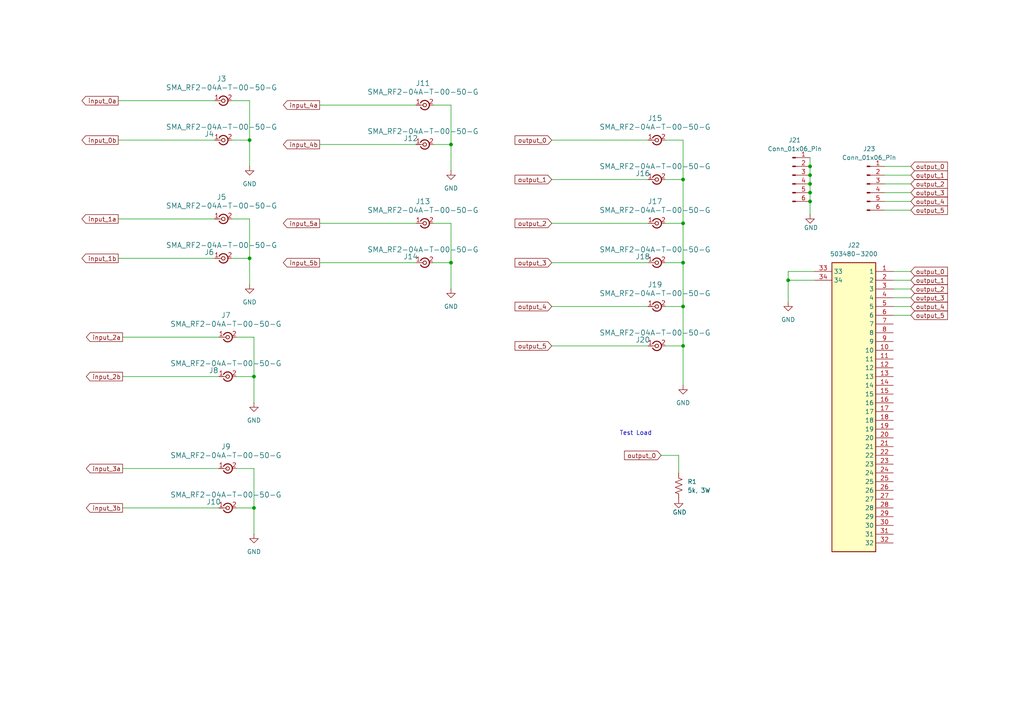
<source format=kicad_sch>
(kicad_sch (version 20231120) (generator "eeschema") (generator_version "8.0")
  (paper "A4")
  (lib_symbols
    (symbol "Connector:Conn_01x06_Pin" (pin_names (offset 1.016) hide)
      (property "Reference" "J" (at 0 7.62 0))
      (property "Value" "Conn_01x06_Pin" (at 0 -10.16 0))
      (symbol "Conn_01x06_Pin_1_1"
        (polyline (pts (xy 1.27 -7.62) (xy 0.8636 -7.62)) (stroke (width 0.1524)))
        (polyline (pts (xy 1.27 -5.08) (xy 0.8636 -5.08)) (stroke (width 0.1524)))
        (polyline (pts (xy 1.27 -2.54) (xy 0.8636 -2.54)) (stroke (width 0.1524)))
        (polyline (pts (xy 1.27 0) (xy 0.8636 0)) (stroke (width 0.1524)))
        (polyline (pts (xy 1.27 2.54) (xy 0.8636 2.54)) (stroke (width 0.1524)))
        (polyline (pts (xy 1.27 5.08) (xy 0.8636 5.08)) (stroke (width 0.1524)))
        (rectangle (start 0.8636 -7.493) (end 0 -7.747) (stroke (width 0.1524)) (fill (type outline)))
        (rectangle (start 0.8636 -4.953) (end 0 -5.207) (stroke (width 0.1524)) (fill (type outline)))
        (rectangle (start 0.8636 -2.413) (end 0 -2.667) (stroke (width 0.1524)) (fill (type outline)))
        (rectangle (start 0.8636 0.127) (end 0 -0.127) (stroke (width 0.1524)) (fill (type outline)))
        (rectangle (start 0.8636 2.667) (end 0 2.413) (stroke (width 0.1524)) (fill (type outline)))
        (rectangle (start 0.8636 5.207) (end 0 4.953) (stroke (width 0.1524)) (fill (type outline)))
        (pin passive line (at 5.08 5.08 180) (length 3.81) (name "Pin_1") (number "1"))
        (pin passive line (at 5.08 2.54 180) (length 3.81) (name "Pin_2") (number "2"))
        (pin passive line (at 5.08 0 180) (length 3.81) (name "Pin_3") (number "3"))
        (pin passive line (at 5.08 -2.54 180) (length 3.81) (name "Pin_4") (number "4"))
        (pin passive line (at 5.08 -5.08 180) (length 3.81) (name "Pin_5") (number "5"))
        (pin passive line (at 5.08 -7.62 180) (length 3.81) (name "Pin_6") (number "6"))
      )
    )
    (symbol "Device:R_US" (pin_numbers hide) (pin_names (offset 0))
      (property "Reference" "R" (at 2.54 0 90))
      (property "Value" "R_US" (at -2.54 0 90))
      (symbol "R_US_0_1"
        (polyline (pts (xy 0 -2.286) (xy 0 -2.54)))
        (polyline (pts (xy 0 2.286) (xy 0 2.54)))
        (polyline (pts (xy 0 -0.762) (xy 1.016 -1.143) (xy 0 -1.524) (xy -1.016 -1.905) (xy 0 -2.286)))
        (polyline (pts (xy 0 0.762) (xy 1.016 0.381) (xy 0 0) (xy -1.016 -0.381) (xy 0 -0.762)))
        (polyline (pts (xy 0 2.286) (xy 1.016 1.905) (xy 0 1.524) (xy -1.016 1.143) (xy 0 0.762)))
      )
      (symbol "R_US_1_1"
        (pin passive line (at 0 3.81 270) (length 1.27) (name "~") (number "1"))
        (pin passive line (at 0 -3.81 90) (length 1.27) (name "~") (number "2"))
      )
    )
    (symbol "_PHASE:503480-3200"
      (property "Reference" "J" (at 19.05 7.62 0))
      (property "Value" "503480-3200" (at 19.05 5.08 0))
      (symbol "503480-3200_1_1"
        (rectangle (start 5.08 2.54) (end 17.78 -81.28) (stroke (width 0.254)) (fill (type background)))
        (pin passive line (at 22.86 0 180) (length 5.08) (name "1") (number "1"))
        (pin passive line (at 22.86 -22.86 180) (length 5.08) (name "10") (number "10"))
        (pin passive line (at 22.86 -25.4 180) (length 5.08) (name "11") (number "11"))
        (pin passive line (at 22.86 -27.94 180) (length 5.08) (name "12") (number "12"))
        (pin passive line (at 22.86 -30.48 180) (length 5.08) (name "13") (number "13"))
        (pin passive line (at 22.86 -33.02 180) (length 5.08) (name "14") (number "14"))
        (pin passive line (at 22.86 -35.56 180) (length 5.08) (name "15") (number "15"))
        (pin passive line (at 22.86 -38.1 180) (length 5.08) (name "16") (number "16"))
        (pin passive line (at 22.86 -40.64 180) (length 5.08) (name "17") (number "17"))
        (pin passive line (at 22.86 -43.18 180) (length 5.08) (name "18") (number "18"))
        (pin passive line (at 22.86 -45.72 180) (length 5.08) (name "19") (number "19"))
        (pin passive line (at 22.86 -2.54 180) (length 5.08) (name "2") (number "2"))
        (pin passive line (at 22.86 -48.26 180) (length 5.08) (name "20") (number "20"))
        (pin passive line (at 22.86 -50.8 180) (length 5.08) (name "21") (number "21"))
        (pin passive line (at 22.86 -53.34 180) (length 5.08) (name "22") (number "22"))
        (pin passive line (at 22.86 -55.88 180) (length 5.08) (name "23") (number "23"))
        (pin passive line (at 22.86 -58.42 180) (length 5.08) (name "24") (number "24"))
        (pin passive line (at 22.86 -60.96 180) (length 5.08) (name "25") (number "25"))
        (pin passive line (at 22.86 -63.5 180) (length 5.08) (name "26") (number "26"))
        (pin passive line (at 22.86 -66.04 180) (length 5.08) (name "27") (number "27"))
        (pin passive line (at 22.86 -68.58 180) (length 5.08) (name "28") (number "28"))
        (pin passive line (at 22.86 -71.12 180) (length 5.08) (name "29") (number "29"))
        (pin passive line (at 22.86 -5.08 180) (length 5.08) (name "3") (number "3"))
        (pin passive line (at 22.86 -73.66 180) (length 5.08) (name "30") (number "30"))
        (pin passive line (at 22.86 -76.2 180) (length 5.08) (name "31") (number "31"))
        (pin passive line (at 22.86 -78.74 180) (length 5.08) (name "32") (number "32"))
        (pin passive line (at 0 0 0) (length 5.08) (name "33") (number "33"))
        (pin passive line (at 0 -2.54 0) (length 5.08) (name "34") (number "34"))
        (pin passive line (at 22.86 -7.62 180) (length 5.08) (name "4") (number "4"))
        (pin passive line (at 22.86 -10.16 180) (length 5.08) (name "5") (number "5"))
        (pin passive line (at 22.86 -12.7 180) (length 5.08) (name "6") (number "6"))
        (pin passive line (at 22.86 -15.24 180) (length 5.08) (name "7") (number "7"))
        (pin passive line (at 22.86 -17.78 180) (length 5.08) (name "8") (number "8"))
        (pin passive line (at 22.86 -20.32 180) (length 5.08) (name "9") (number "9"))
      )
    )
    (symbol "_PHASE:SMA_RF2-04A-T-00-50-G" (pin_names (offset 0.254))
      (property "Reference" "J" (at 8.89 6.35 0))
      (property "Value" "SMA_RF2-04A-T-00-50-G" (at 0 0 0))
      (symbol "SMA_RF2-04A-T-00-50-G_0_1"
        (polyline (pts (xy 10.16 -5.08) (xy 12.192 -5.08)))
        (circle (center 12.7 -5.08) (radius 0.508) (stroke (width 0.2032)))
      )
      (symbol "SMA_RF2-04A-T-00-50-G_1_1"
        (arc (start 11.5084 -5.7111) (mid 13.027 -6.3881) (end 14.0484 -5.0761) (stroke (width 0.3048)))
        (arc (start 14.0484 -5.0839) (mid 13.027 -3.772) (end 11.5084 -4.4489) (stroke (width 0.3048)))
        (pin passive line (at 10.16 -5.08 0) (length 1.27) (name "") (number "1"))
        (pin passive line (at 15.24 -5.08 180) (length 1.27) (name "") (number "2"))
        (pin passive line (at 15.24 -5.08 180) (length 1.27) hide (name "Ext") (number "3"))
        (pin passive line (at 15.24 -5.08 180) (length 1.27) hide (name "Ext") (number "4"))
        (pin passive line (at 15.24 -5.08 180) (length 1.27) hide (name "Ext") (number "5"))
      )
      (symbol "SMA_RF2-04A-T-00-50-G_1_2"
        (polyline (pts (xy 5.08 -2.54) (xy 12.7 -2.54)) (stroke (width 0.127)))
        (polyline (pts (xy 5.08 2.54) (xy 5.08 -2.54)) (stroke (width 0.127)))
        (polyline (pts (xy 7.62 0) (xy 5.08 0)) (stroke (width 0.127)))
        (polyline (pts (xy 7.62 0) (xy 8.89 -0.8467)) (stroke (width 0.127)))
        (polyline (pts (xy 7.62 0) (xy 8.89 0.8467)) (stroke (width 0.127)))
        (polyline (pts (xy 12.7 -2.54) (xy 12.7 2.54)) (stroke (width 0.127)))
        (polyline (pts (xy 12.7 2.54) (xy 5.08 2.54)) (stroke (width 0.127)))
        (pin unspecified line (at 0 0 0) (length 5.08) (name "1") (number "1"))
      )
    )
    (symbol "power:GND" (power) (pin_numbers hide) (pin_names (offset 0) hide)
      (property "Value" "GND" (at 0 -3.81 0))
      (symbol "GND_0_1"
        (polyline (pts (xy 0 0) (xy 0 -1.27) (xy 1.27 -1.27) (xy 0 -2.54) (xy -1.27 -1.27) (xy 0 -1.27)))
      )
      (symbol "GND_1_1"
        (pin power_in line (at 0 0 270) (length 0) (name "~") (number "1"))
      )
    )
  )
  (junction (at 198.12 52.07))
  (junction (at 234.95 55.88))
  (junction (at 234.95 50.8))
  (junction (at 198.12 64.77))
  (junction (at 130.81 41.91))
  (junction (at 72.39 74.93))
  (junction (at 72.39 40.64))
  (junction (at 198.12 88.9))
  (junction (at 228.6 81.28))
  (junction (at 73.66 147.32))
  (junction (at 198.12 76.2))
  (junction (at 73.66 109.22))
  (junction (at 130.81 76.2))
  (junction (at 234.95 53.34))
  (junction (at 234.95 48.26))
  (junction (at 234.95 58.42))
  (junction (at 198.12 100.33))
  (wire (pts (xy 228.6 81.28) (xy 228.6 87.63)))
  (wire (pts (xy 34.29 40.64) (xy 62.23 40.64)))
  (wire (pts (xy 72.39 29.21) (xy 72.39 40.64)))
  (wire (pts (xy 73.66 147.32) (xy 73.66 154.94)))
  (wire (pts (xy 256.54 48.26) (xy 264.16 48.26)))
  (wire (pts (xy 92.71 64.77) (xy 120.65 64.77)))
  (wire (pts (xy 160.02 88.9) (xy 187.96 88.9)))
  (wire (pts (xy 193.04 64.77) (xy 198.12 64.77)))
  (wire (pts (xy 236.22 78.74) (xy 228.6 78.74)))
  (wire (pts (xy 259.08 78.74) (xy 264.16 78.74)))
  (wire (pts (xy 73.66 109.22) (xy 68.58 109.22)))
  (wire (pts (xy 234.95 45.72) (xy 234.95 48.26)))
  (wire (pts (xy 130.81 30.48) (xy 130.81 41.91)))
  (wire (pts (xy 160.02 40.64) (xy 187.96 40.64)))
  (wire (pts (xy 130.81 76.2) (xy 130.81 83.82)))
  (wire (pts (xy 259.08 81.28) (xy 264.16 81.28)))
  (wire (pts (xy 196.85 132.08) (xy 191.77 132.08)))
  (wire (pts (xy 92.71 76.2) (xy 120.65 76.2)))
  (wire (pts (xy 234.95 53.34) (xy 234.95 55.88)))
  (wire (pts (xy 193.04 40.64) (xy 198.12 40.64)))
  (wire (pts (xy 130.81 76.2) (xy 125.73 76.2)))
  (wire (pts (xy 125.73 64.77) (xy 130.81 64.77)))
  (wire (pts (xy 73.66 147.32) (xy 68.58 147.32)))
  (wire (pts (xy 35.56 147.32) (xy 63.5 147.32)))
  (wire (pts (xy 73.66 135.89) (xy 73.66 147.32)))
  (wire (pts (xy 198.12 52.07) (xy 193.04 52.07)))
  (wire (pts (xy 198.12 88.9) (xy 198.12 100.33)))
  (wire (pts (xy 72.39 63.5) (xy 72.39 74.93)))
  (wire (pts (xy 259.08 86.36) (xy 264.16 86.36)))
  (wire (pts (xy 130.81 64.77) (xy 130.81 76.2)))
  (wire (pts (xy 198.12 100.33) (xy 193.04 100.33)))
  (wire (pts (xy 92.71 41.91) (xy 120.65 41.91)))
  (wire (pts (xy 259.08 91.44) (xy 264.16 91.44)))
  (wire (pts (xy 72.39 40.64) (xy 72.39 48.26)))
  (wire (pts (xy 259.08 88.9) (xy 264.16 88.9)))
  (wire (pts (xy 160.02 64.77) (xy 187.96 64.77)))
  (wire (pts (xy 198.12 76.2) (xy 198.12 88.9)))
  (wire (pts (xy 35.56 109.22) (xy 63.5 109.22)))
  (wire (pts (xy 198.12 76.2) (xy 193.04 76.2)))
  (wire (pts (xy 198.12 52.07) (xy 198.12 64.77)))
  (wire (pts (xy 160.02 100.33) (xy 187.96 100.33)))
  (wire (pts (xy 196.85 132.08) (xy 196.85 137.16)))
  (wire (pts (xy 198.12 100.33) (xy 198.12 111.76)))
  (wire (pts (xy 160.02 52.07) (xy 187.96 52.07)))
  (wire (pts (xy 72.39 40.64) (xy 67.31 40.64)))
  (wire (pts (xy 256.54 55.88) (xy 264.16 55.88)))
  (wire (pts (xy 34.29 74.93) (xy 62.23 74.93)))
  (wire (pts (xy 198.12 40.64) (xy 198.12 52.07)))
  (wire (pts (xy 92.71 30.48) (xy 120.65 30.48)))
  (wire (pts (xy 72.39 74.93) (xy 67.31 74.93)))
  (wire (pts (xy 198.12 64.77) (xy 198.12 76.2)))
  (wire (pts (xy 67.31 63.5) (xy 72.39 63.5)))
  (wire (pts (xy 234.95 50.8) (xy 234.95 53.34)))
  (wire (pts (xy 73.66 109.22) (xy 73.66 116.84)))
  (wire (pts (xy 236.22 81.28) (xy 228.6 81.28)))
  (wire (pts (xy 67.31 29.21) (xy 72.39 29.21)))
  (wire (pts (xy 35.56 97.79) (xy 63.5 97.79)))
  (wire (pts (xy 256.54 53.34) (xy 264.16 53.34)))
  (wire (pts (xy 256.54 58.42) (xy 264.16 58.42)))
  (wire (pts (xy 125.73 30.48) (xy 130.81 30.48)))
  (wire (pts (xy 130.81 41.91) (xy 130.81 49.53)))
  (wire (pts (xy 234.95 48.26) (xy 234.95 50.8)))
  (wire (pts (xy 34.29 29.21) (xy 62.23 29.21)))
  (wire (pts (xy 256.54 60.96) (xy 264.16 60.96)))
  (wire (pts (xy 68.58 97.79) (xy 73.66 97.79)))
  (wire (pts (xy 35.56 135.89) (xy 63.5 135.89)))
  (wire (pts (xy 73.66 97.79) (xy 73.66 109.22)))
  (wire (pts (xy 130.81 41.91) (xy 125.73 41.91)))
  (wire (pts (xy 72.39 74.93) (xy 72.39 82.55)))
  (wire (pts (xy 259.08 83.82) (xy 264.16 83.82)))
  (wire (pts (xy 68.58 135.89) (xy 73.66 135.89)))
  (wire (pts (xy 193.04 88.9) (xy 198.12 88.9)))
  (wire (pts (xy 234.95 55.88) (xy 234.95 58.42)))
  (wire (pts (xy 160.02 76.2) (xy 187.96 76.2)))
  (wire (pts (xy 34.29 63.5) (xy 62.23 63.5)))
  (wire (pts (xy 234.95 58.42) (xy 234.95 62.23)))
  (wire (pts (xy 256.54 50.8) (xy 264.16 50.8)))
  (wire (pts (xy 228.6 78.74) (xy 228.6 81.28)))
  (text "Test Load" (at 184.404 125.73 0) (effects (font (size 1.27 1.27))))
  (global_label "output_3" (shape input) (at 160.02 76.2 180) (property "Intersheetrefs" "${INTERSHEET_REFS}" (effects (hide yes))))
  (global_label "output_2" (shape input) (at 160.02 64.77 180) (property "Intersheetrefs" "${INTERSHEET_REFS}" (effects (hide yes))))
  (global_label "output_2" (shape input) (at 264.16 53.34 0) (property "Intersheetrefs" "${INTERSHEET_REFS}" (effects (hide yes))))
  (global_label "output_0" (shape input) (at 264.16 48.26 0) (property "Intersheetrefs" "${INTERSHEET_REFS}" (effects (hide yes))))
  (global_label "output_0" (shape input) (at 160.02 40.64 180) (property "Intersheetrefs" "${INTERSHEET_REFS}" (effects (hide yes))))
  (global_label "input_4a" (shape output) (at 92.71 30.48 180) (property "Intersheetrefs" "${INTERSHEET_REFS}" (effects (hide yes))))
  (global_label "input_0b" (shape output) (at 34.29 40.64 180) (property "Intersheetrefs" "${INTERSHEET_REFS}" (effects (hide yes))))
  (global_label "output_3" (shape input) (at 264.16 86.36 0) (property "Intersheetrefs" "${INTERSHEET_REFS}" (effects (hide yes))))
  (global_label "input_3b" (shape output) (at 35.56 147.32 180) (property "Intersheetrefs" "${INTERSHEET_REFS}" (effects (hide yes))))
  (global_label "output_4" (shape input) (at 160.02 88.9 180) (property "Intersheetrefs" "${INTERSHEET_REFS}" (effects (hide yes))))
  (global_label "input_1b" (shape output) (at 34.29 74.93 180) (property "Intersheetrefs" "${INTERSHEET_REFS}" (effects (hide yes))))
  (global_label "output_1" (shape input) (at 264.16 50.8 0) (property "Intersheetrefs" "${INTERSHEET_REFS}" (effects (hide yes))))
  (global_label "input_0a" (shape output) (at 34.29 29.21 180) (property "Intersheetrefs" "${INTERSHEET_REFS}" (effects (hide yes))))
  (global_label "input_2a" (shape output) (at 35.56 97.79 180) (property "Intersheetrefs" "${INTERSHEET_REFS}" (effects (hide yes))))
  (global_label "output_5" (shape input) (at 264.16 91.44 0) (property "Intersheetrefs" "${INTERSHEET_REFS}" (effects (hide yes))))
  (global_label "input_1a" (shape output) (at 34.29 63.5 180) (property "Intersheetrefs" "${INTERSHEET_REFS}" (effects (hide yes))))
  (global_label "input_5a" (shape output) (at 92.71 64.77 180) (property "Intersheetrefs" "${INTERSHEET_REFS}" (effects (hide yes))))
  (global_label "input_2b" (shape output) (at 35.56 109.22 180) (property "Intersheetrefs" "${INTERSHEET_REFS}" (effects (hide yes))))
  (global_label "output_4" (shape input) (at 264.16 88.9 0) (property "Intersheetrefs" "${INTERSHEET_REFS}" (effects (hide yes))))
  (global_label "output_3" (shape input) (at 264.16 55.88 0) (property "Intersheetrefs" "${INTERSHEET_REFS}" (effects (hide yes))))
  (global_label "output_5" (shape input) (at 160.02 100.33 180) (property "Intersheetrefs" "${INTERSHEET_REFS}" (effects (hide yes))))
  (global_label "output_4" (shape input) (at 264.16 58.42 0) (property "Intersheetrefs" "${INTERSHEET_REFS}" (effects (hide yes))))
  (global_label "output_0" (shape input) (at 191.77 132.08 180) (property "Intersheetrefs" "${INTERSHEET_REFS}" (effects (hide yes))))
  (global_label "input_5b" (shape output) (at 92.71 76.2 180) (property "Intersheetrefs" "${INTERSHEET_REFS}" (effects (hide yes))))
  (global_label "input_3a" (shape output) (at 35.56 135.89 180) (property "Intersheetrefs" "${INTERSHEET_REFS}" (effects (hide yes))))
  (global_label "output_1" (shape input) (at 264.16 81.28 0) (property "Intersheetrefs" "${INTERSHEET_REFS}" (effects (hide yes))))
  (global_label "input_4b" (shape output) (at 92.71 41.91 180) (property "Intersheetrefs" "${INTERSHEET_REFS}" (effects (hide yes))))
  (global_label "output_1" (shape input) (at 160.02 52.07 180) (property "Intersheetrefs" "${INTERSHEET_REFS}" (effects (hide yes))))
  (global_label "output_5" (shape input) (at 264.16 60.96 0) (property "Intersheetrefs" "${INTERSHEET_REFS}" (effects (hide yes))))
  (global_label "output_0" (shape input) (at 264.16 78.74 0) (property "Intersheetrefs" "${INTERSHEET_REFS}" (effects (hide yes))))
  (global_label "output_2" (shape input) (at 264.16 83.82 0) (property "Intersheetrefs" "${INTERSHEET_REFS}" (effects (hide yes))))
  (symbol (lib_id "_PHASE:SMA_RF2-04A-T-00-50-G") (at 53.34 130.81 0) (unit 1)
    (property "Reference" "J9" (at 65.5204 129.54 0) (effects (font (size 1.524 1.524))))
    (property "Value" "SMA_RF2-04A-T-00-50-G" (at 65.5204 132.08 0) (effects (font (size 1.524 1.524))))
    (property "Footprint" "726_footprints:112404" (effects (hide yes)))
    (property "Datasheet" "112404" (effects (hide yes)))
  )
  (symbol (lib_id "_PHASE:SMA_RF2-04A-T-00-50-G") (at 52.07 69.85 0) (unit 1)
    (property "Reference" "J6" (at 60.706 73.152 0) (effects (font (size 1.524 1.524))))
    (property "Value" "SMA_RF2-04A-T-00-50-G" (at 64.2504 71.12 0) (effects (font (size 1.524 1.524))))
    (property "Footprint" "726_footprints:112404" (effects (hide yes)))
    (property "Datasheet" "112404" (effects (hide yes)))
  )
  (symbol (lib_id "power:GND") (at 234.95 62.23 0) (unit 1)
    (property "Reference" "#PWR013" (effects (hide yes)))
    (property "Value" "GND" (at 235.204 66.04 0))
    (property "Description" "Power symbol creates a global label with name \"GND\" , ground" (effects (hide yes)))
  )
  (symbol (lib_id "power:GND") (at 130.81 83.82 0) (unit 1)
    (property "Reference" "#PWR09" (effects (hide yes)))
    (property "Value" "GND" (at 130.81 88.9 0))
    (property "Description" "Power symbol creates a global label with name \"GND\" , ground" (effects (hide yes)))
  )
  (symbol (lib_id "_PHASE:SMA_RF2-04A-T-00-50-G") (at 53.34 104.14 0) (unit 1)
    (property "Reference" "J8" (at 61.976 107.442 0) (effects (font (size 1.524 1.524))))
    (property "Value" "SMA_RF2-04A-T-00-50-G" (at 65.5204 105.41 0) (effects (font (size 1.524 1.524))))
    (property "Footprint" "726_footprints:112404" (effects (hide yes)))
    (property "Datasheet" "112404" (effects (hide yes)))
  )
  (symbol (lib_id "_PHASE:SMA_RF2-04A-T-00-50-G") (at 177.8 59.69 0) (unit 1)
    (property "Reference" "J17" (at 189.9804 58.42 0) (effects (font (size 1.524 1.524))))
    (property "Value" "SMA_RF2-04A-T-00-50-G" (at 189.9804 60.96 0) (effects (font (size 1.524 1.524))))
    (property "Footprint" "726_footprints:112404" (effects (hide yes)))
    (property "Datasheet" "112404" (effects (hide yes)))
  )
  (symbol (lib_id "_PHASE:SMA_RF2-04A-T-00-50-G") (at 52.07 58.42 0) (unit 1)
    (property "Reference" "J5" (at 64.2504 57.15 0) (effects (font (size 1.524 1.524))))
    (property "Value" "SMA_RF2-04A-T-00-50-G" (at 64.2504 59.69 0) (effects (font (size 1.524 1.524))))
    (property "Footprint" "726_footprints:112404" (effects (hide yes)))
    (property "Datasheet" "112404" (effects (hide yes)))
  )
  (symbol (lib_id "_PHASE:SMA_RF2-04A-T-00-50-G") (at 110.49 59.69 0) (unit 1)
    (property "Reference" "J13" (at 122.6704 58.42 0) (effects (font (size 1.524 1.524))))
    (property "Value" "SMA_RF2-04A-T-00-50-G" (at 122.6704 60.96 0) (effects (font (size 1.524 1.524))))
    (property "Footprint" "726_footprints:112404" (effects (hide yes)))
    (property "Datasheet" "112404" (effects (hide yes)))
  )
  (symbol (lib_id "_PHASE:SMA_RF2-04A-T-00-50-G") (at 110.49 25.4 0) (unit 1)
    (property "Reference" "J11" (at 122.6704 24.13 0) (effects (font (size 1.524 1.524))))
    (property "Value" "SMA_RF2-04A-T-00-50-G" (at 122.6704 26.67 0) (effects (font (size 1.524 1.524))))
    (property "Footprint" "726_footprints:112404" (effects (hide yes)))
    (property "Datasheet" "112404" (effects (hide yes)))
  )
  (symbol (lib_id "power:GND") (at 130.81 49.53 0) (unit 1)
    (property "Reference" "#PWR08" (effects (hide yes)))
    (property "Value" "GND" (at 130.81 54.61 0))
    (property "Description" "Power symbol creates a global label with name \"GND\" , ground" (effects (hide yes)))
  )
  (symbol (lib_id "_PHASE:SMA_RF2-04A-T-00-50-G") (at 110.49 71.12 0) (unit 1)
    (property "Reference" "J14" (at 119.126 74.422 0) (effects (font (size 1.524 1.524))))
    (property "Value" "SMA_RF2-04A-T-00-50-G" (at 122.6704 72.39 0) (effects (font (size 1.524 1.524))))
    (property "Footprint" "726_footprints:112404" (effects (hide yes)))
    (property "Datasheet" "112404" (effects (hide yes)))
  )
  (symbol (lib_id "_PHASE:SMA_RF2-04A-T-00-50-G") (at 177.8 95.25 0) (unit 1)
    (property "Reference" "J20" (at 186.436 98.552 0) (effects (font (size 1.524 1.524))))
    (property "Value" "SMA_RF2-04A-T-00-50-G" (at 189.9804 96.52 0) (effects (font (size 1.524 1.524))))
    (property "Footprint" "726_footprints:112404" (effects (hide yes)))
    (property "Datasheet" "112404" (effects (hide yes)))
  )
  (symbol (lib_id "power:GND") (at 228.6 87.63 0) (mirror y) (unit 1)
    (property "Reference" "#PWR012" (effects (hide yes)))
    (property "Value" "GND" (at 228.6 92.71 0))
    (property "Description" "Power symbol creates a global label with name \"GND\" , ground" (effects (hide yes)))
  )
  (symbol (lib_id "_PHASE:SMA_RF2-04A-T-00-50-G") (at 177.8 83.82 0) (unit 1)
    (property "Reference" "J19" (at 189.9804 82.55 0) (effects (font (size 1.524 1.524))))
    (property "Value" "SMA_RF2-04A-T-00-50-G" (at 189.9804 85.09 0) (effects (font (size 1.524 1.524))))
    (property "Footprint" "726_footprints:112404" (effects (hide yes)))
    (property "Datasheet" "112404" (effects (hide yes)))
  )
  (symbol (lib_id "power:GND") (at 72.39 82.55 0) (unit 1)
    (property "Reference" "#PWR05" (effects (hide yes)))
    (property "Value" "GND" (at 72.39 87.63 0))
    (property "Description" "Power symbol creates a global label with name \"GND\" , ground" (effects (hide yes)))
  )
  (symbol (lib_id "_PHASE:SMA_RF2-04A-T-00-50-G") (at 177.8 35.56 0) (unit 1)
    (property "Reference" "J15" (at 189.9804 34.29 0) (effects (font (size 1.524 1.524))))
    (property "Value" "SMA_RF2-04A-T-00-50-G" (at 189.9804 36.83 0) (effects (font (size 1.524 1.524))))
    (property "Footprint" "726_footprints:112404" (effects (hide yes)))
    (property "Datasheet" "112404" (effects (hide yes)))
  )
  (symbol (lib_id "power:GND") (at 198.12 111.76 0) (unit 1)
    (property "Reference" "#PWR011" (effects (hide yes)))
    (property "Value" "GND" (at 198.12 116.84 0))
    (property "Description" "Power symbol creates a global label with name \"GND\" , ground" (effects (hide yes)))
  )
  (symbol (lib_id "Device:R_US") (at 196.85 140.97 0) (unit 1)
    (property "Reference" "R1" (at 199.39 139.6999 0) (effects (justify left)))
    (property "Value" "5k, 3W" (at 199.39 142.2399 0) (effects (justify left)))
    (property "Footprint" "726_footprints:RESAD3322W86L1422D475" (effects (hide yes)))
    (property "Description" "Resistor, US symbol" (effects (hide yes)))
  )
  (symbol (lib_id "_PHASE:SMA_RF2-04A-T-00-50-G") (at 110.49 36.83 0) (unit 1)
    (property "Reference" "J12" (at 119.126 40.132 0) (effects (font (size 1.524 1.524))))
    (property "Value" "SMA_RF2-04A-T-00-50-G" (at 122.6704 38.1 0) (effects (font (size 1.524 1.524))))
    (property "Footprint" "726_footprints:112404" (effects (hide yes)))
    (property "Datasheet" "112404" (effects (hide yes)))
  )
  (symbol (lib_id "power:GND") (at 72.39 48.26 0) (unit 1)
    (property "Reference" "#PWR04" (effects (hide yes)))
    (property "Value" "GND" (at 72.39 53.34 0))
    (property "Description" "Power symbol creates a global label with name \"GND\" , ground" (effects (hide yes)))
  )
  (symbol (lib_id "_PHASE:SMA_RF2-04A-T-00-50-G") (at 53.34 92.71 0) (unit 1)
    (property "Reference" "J7" (at 65.5204 91.44 0) (effects (font (size 1.524 1.524))))
    (property "Value" "SMA_RF2-04A-T-00-50-G" (at 65.5204 93.98 0) (effects (font (size 1.524 1.524))))
    (property "Footprint" "726_footprints:112404" (effects (hide yes)))
    (property "Datasheet" "112404" (effects (hide yes)))
  )
  (symbol (lib_id "power:GND") (at 73.66 154.94 0) (unit 1)
    (property "Reference" "#PWR07" (effects (hide yes)))
    (property "Value" "GND" (at 73.66 160.02 0))
    (property "Description" "Power symbol creates a global label with name \"GND\" , ground" (effects (hide yes)))
  )
  (symbol (lib_id "Connector:Conn_01x06_Pin") (at 251.46 53.34 0) (unit 1)
    (property "Reference" "J23" (at 252.095 43.18 0))
    (property "Value" "Conn_01x06_Pin" (at 252.095 45.72 0))
    (property "Footprint" "Connector_PinHeader_2.54mm:PinHeader_1x06_P2.54mm_Vertical" (effects (hide yes)))
    (property "Description" "Generic connector, single row, 01x06, script generated" (effects (hide yes)))
  )
  (symbol (lib_id "_PHASE:503480-3200") (at 236.22 78.74 0) (unit 1)
    (property "Reference" "J22" (at 247.65 71.12 0))
    (property "Value" "503480-3200" (at 247.65 73.66 0))
    (property "Footprint" "726_footprints:Molex_5034803200" (effects (hide yes)))
    (property "Datasheet" "https://www.molex.com/pdm_docs/sd/5034803200_sd.pdf" (effects (hide yes)))
    (property "Description" "MOLEX - 503480-3200 - CONNECTOR, FPC, 32POS, 1ROW, 0.5MM" (effects (hide yes)))
    (property "Height" "1" (effects (hide yes)))
    (property "Mouser Part Number" "538-503480-3200" (effects (hide yes)))
    (property "Mouser Price/Stock" "https://www.mouser.co.uk/ProductDetail/Molex/503480-3200?qs=6kT3pPPHxnXy4DNjAJz%252BBA%3D%3D" (effects (hide yes)))
    (property "Manufacturer_Name" "Molex" (effects (hide yes)))
    (property "Manufacturer_Part_Number" "503480-3200" (effects (hide yes)))
  )
  (symbol (lib_id "_PHASE:SMA_RF2-04A-T-00-50-G") (at 177.8 46.99 0) (unit 1)
    (property "Reference" "J16" (at 186.436 50.292 0) (effects (font (size 1.524 1.524))))
    (property "Value" "SMA_RF2-04A-T-00-50-G" (at 189.9804 48.26 0) (effects (font (size 1.524 1.524))))
    (property "Footprint" "726_footprints:112404" (effects (hide yes)))
    (property "Datasheet" "112404" (effects (hide yes)))
  )
  (symbol (lib_id "_PHASE:SMA_RF2-04A-T-00-50-G") (at 53.34 142.24 0) (unit 1)
    (property "Reference" "J10" (at 61.976 145.542 0) (effects (font (size 1.524 1.524))))
    (property "Value" "SMA_RF2-04A-T-00-50-G" (at 65.5204 143.51 0) (effects (font (size 1.524 1.524))))
    (property "Footprint" "726_footprints:112404" (effects (hide yes)))
    (property "Datasheet" "112404" (effects (hide yes)))
  )
  (symbol (lib_id "power:GND") (at 196.85 144.78 0) (unit 1)
    (property "Reference" "#PWR010" (effects (hide yes)))
    (property "Value" "GND" (at 197.104 148.59 0))
    (property "Description" "Power symbol creates a global label with name \"GND\" , ground" (effects (hide yes)))
  )
  (symbol (lib_id "_PHASE:SMA_RF2-04A-T-00-50-G") (at 52.07 24.13 0) (unit 1)
    (property "Reference" "J3" (at 64.2504 22.86 0) (effects (font (size 1.524 1.524))))
    (property "Value" "SMA_RF2-04A-T-00-50-G" (at 64.2504 25.4 0) (effects (font (size 1.524 1.524))))
    (property "Footprint" "726_footprints:112404" (effects (hide yes)))
    (property "Datasheet" "112404" (effects (hide yes)))
  )
  (symbol (lib_id "_PHASE:SMA_RF2-04A-T-00-50-G") (at 177.8 71.12 0) (unit 1)
    (property "Reference" "J18" (at 186.436 74.422 0) (effects (font (size 1.524 1.524))))
    (property "Value" "SMA_RF2-04A-T-00-50-G" (at 189.9804 72.39 0) (effects (font (size 1.524 1.524))))
    (property "Footprint" "726_footprints:112404" (effects (hide yes)))
    (property "Datasheet" "112404" (effects (hide yes)))
  )
  (symbol (lib_id "Connector:Conn_01x06_Pin") (at 229.87 50.8 0) (unit 1)
    (property "Reference" "J21" (at 230.505 40.64 0))
    (property "Value" "Conn_01x06_Pin" (at 230.505 43.18 0))
    (property "Footprint" "Connector_PinHeader_2.54mm:PinHeader_1x06_P2.54mm_Vertical" (effects (hide yes)))
    (property "Description" "Generic connector, single row, 01x06, script generated" (effects (hide yes)))
  )
  (symbol (lib_id "power:GND") (at 73.66 116.84 0) (unit 1)
    (property "Reference" "#PWR06" (effects (hide yes)))
    (property "Value" "GND" (at 73.66 121.92 0))
    (property "Description" "Power symbol creates a global label with name \"GND\" , ground" (effects (hide yes)))
  )
  (symbol (lib_id "_PHASE:SMA_RF2-04A-T-00-50-G") (at 52.07 35.56 0) (unit 1)
    (property "Reference" "J4" (at 60.706 38.862 0) (effects (font (size 1.524 1.524))))
    (property "Value" "SMA_RF2-04A-T-00-50-G" (at 64.2504 36.83 0) (effects (font (size 1.524 1.524))))
    (property "Footprint" "726_footprints:112404" (effects (hide yes)))
    (property "Datasheet" "112404" (effects (hide yes)))
  )
)
</source>
